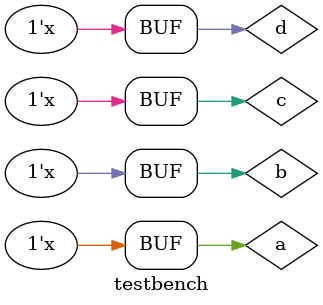
<source format=v>
module testbench; 

   reg a;
	reg b;
	reg c;
	reg d;

	wire  o;

	
	combo mux(a, b, c, d, o);
   always #5 a = ~a;
	always #10 b = ~b;
	always #20 c = ~c;
	always #40 d = ~d;
    
    initial begin
        //$monitor("[%0t] d=0x%0h clk=0x%0h rstn=0x%0h out=0x%0h",$time, d, clk, rstn, out);
			
		 a = 0;
		 b = 0;
		 c = 0; 
		 d = 0;
			       
    end 
endmodule
</source>
